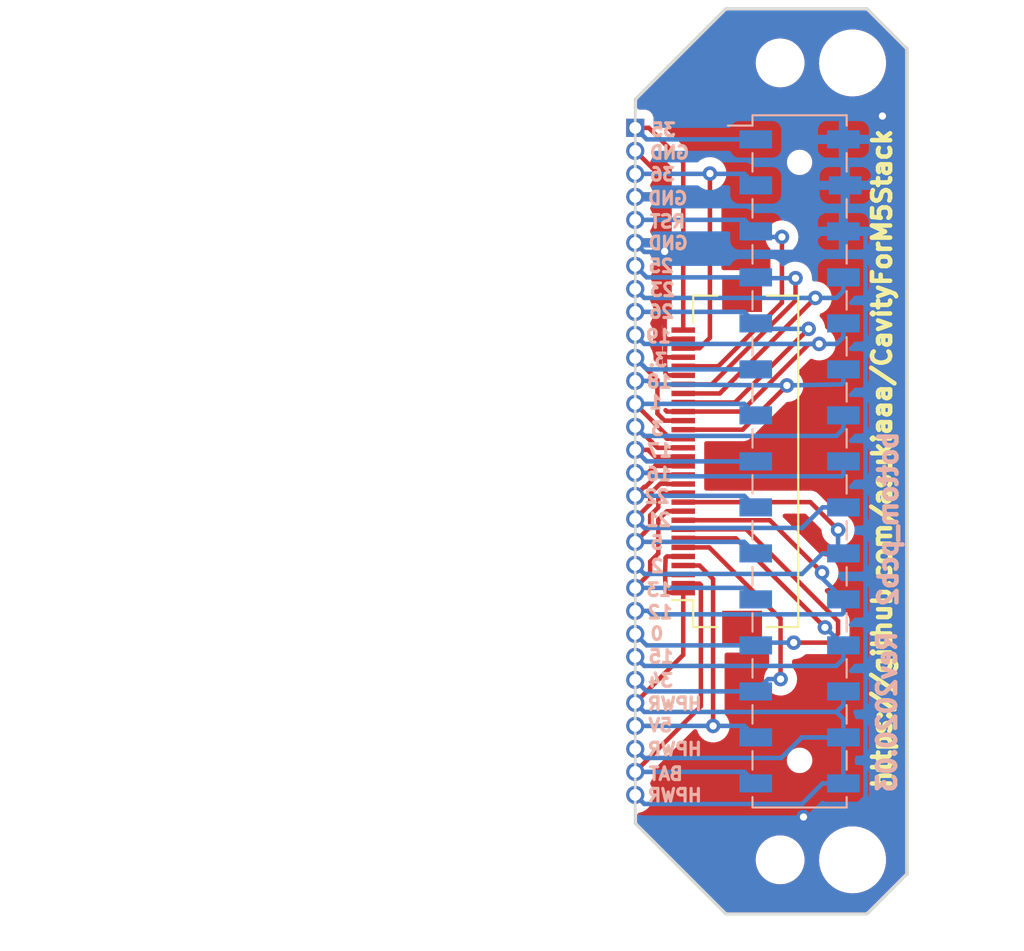
<source format=kicad_pcb>
(kicad_pcb (version 20221018) (generator pcbnew)
  (layers (0 "F.Cu" signal) (31 "B.Cu" signal) (34 "B.Paste" user) (35 "F.Paste" user) (36 "B.SilkS" user "B.Silkscreen") (37 "F.SilkS" user "F.Silkscreen") (38 "B.Mask" user) (39 "F.Mask" user) (44 "Edge.Cuts" user))
  (net 0 "")
  (net 1 "GND")
  (net 2 "G23")
  (net 3 "G19")
  (net 4 "G18")
  (net 5 "G3")
  (net 6 "G16")
  (net 7 "G21")
  (net 8 "G2")
  (net 9 "G12")
  (net 10 "G15")
  (net 11 "HPWR")
  (net 12 "+BATT")
  (net 13 "+5V")
  (net 14 "G34")
  (net 15 "G0")
  (net 16 "G13")
  (net 17 "G5")
  (net 18 "G22")
  (net 19 "G17")
  (net 20 "G1")
  (net 21 "G26")
  (net 22 "G25")
  (net 23 "RST")
  (net 24 "G36")
  (net 25 "G35")
  (net 26 "+3V3")
  (footprint "MountingHole:MountingHole_3.2mm_M3" (layer "F.Cu") (at 147 97)
    (fp_text reference "REF9" hide)
    (fp_text value "MountingHole_3.2mm_M3")
    (pad "" np_thru_hole circle (at 0 0) (size 3.2 3.2) (drill 3.2) (layers "*.Cu" "*.Mask"))
  )
  (footprint "MountingHole:MountingHole_3.2mm_M3" (layer "F.Cu") (at 147 53)
    (fp_text reference "REF4" hide)
    (fp_text value "MountingHole_3.2mm_M3")
    (pad "" np_thru_hole circle (at 0 0) (size 3.2 3.2) (drill 3.2) (layers "*.Cu" "*.Mask"))
  )
  (footprint "MountingHole:MountingHole_2.2mm_M2" (layer "F.Cu") (at 143 53)
    (fp_text reference "REF3" hide)
    (fp_text value "MountingHole_2.2mm_M2")
    (pad "" np_thru_hole circle (at 0 0) (size 2.2 2.2) (drill 2.2) (layers "*.Cu" "*.Mask"))
  )
  (footprint "MountingHole:MountingHole_2.2mm_M2" (layer "F.Cu") (at 143 97)
    (fp_text reference "REF8" hide)
    (fp_text value "MountingHole_2.2mm_M2")
    (pad "" np_thru_hole circle (at 0 0) (size 2.2 2.2) (drill 2.2) (layers "*.Cu" "*.Mask"))
  )
  (footprint "Connector_FFC-FPC:Hirose_FH12-30S-0.5SH_1x30-1MP_P0.50mm_Horizontal" (layer "F.Cu") (at 139.5 75 90)
    (fp_text reference "Jv" hide)
    (fp_text value "flat_cable_connector")
    (fp_line (start -9.15 -1.3) (end -9.15 0.04) (stroke (width 0.12)) (layer "F.SilkS"))
    (fp_line (start -9.15 2.76) (end -9.15 4.5) (stroke (width 0.12)) (layer "F.SilkS"))
    (fp_line (start -9.15 4.5) (end 9.15 4.5) (stroke (width 0.12)) (layer "F.SilkS"))
    (fp_line (start -7.66 -1.3) (end -9.15 -1.3) (stroke (width 0.12)) (layer "F.SilkS"))
    (fp_line (start -7.66 -1.3) (end -7.66 -2.5) (stroke (width 0.12)) (layer "F.SilkS"))
    (fp_line (start 7.66 -1.3) (end 9.15 -1.3) (stroke (width 0.12)) (layer "F.SilkS"))
    (fp_line (start 9.15 -1.3) (end 9.15 0.04) (stroke (width 0.12)) (layer "F.SilkS"))
    (fp_line (start 9.15 4.5) (end 9.15 2.76) (stroke (width 0.12)) (layer "F.SilkS"))
    (pad "1" smd rect (at -7.25 -1.85 90) (size 0.3 1.3) (layers "F.Cu" "F.Paste" "F.Mask") (net 11 "HPWR"))
    (pad "2" smd rect (at -6.75 -1.85 90) (size 0.3 1.3) (layers "F.Cu" "F.Paste" "F.Mask") (net 12 "+BATT"))
    (pad "3" smd rect (at -6.25 -1.85 90) (size 0.3 1.3) (layers "F.Cu" "F.Paste" "F.Mask") (net 11 "HPWR"))
    (pad "4" smd rect (at -5.75 -1.85 90) (size 0.3 1.3) (layers "F.Cu" "F.Paste" "F.Mask") (net 13 "+5V"))
    (pad "5" smd rect (at -5.25 -1.85 90) (size 0.3 1.3) (layers "F.Cu" "F.Paste" "F.Mask") (net 11 "HPWR"))
    (pad "6" smd rect (at -4.75 -1.85 90) (size 0.3 1.3) (layers "F.Cu" "F.Paste" "F.Mask") (net 14 "G34"))
    (pad "7" smd rect (at -4.25 -1.85 90) (size 0.3 1.3) (layers "F.Cu" "F.Paste" "F.Mask") (net 10 "G15"))
    (pad "8" smd rect (at -3.75 -1.85 90) (size 0.3 1.3) (layers "F.Cu" "F.Paste" "F.Mask") (net 15 "G0"))
    (pad "9" smd rect (at -3.25 -1.85 90) (size 0.3 1.3) (layers "F.Cu" "F.Paste" "F.Mask") (net 9 "G12"))
    (pad "10" smd rect (at -2.75 -1.85 90) (size 0.3 1.3) (layers "F.Cu" "F.Paste" "F.Mask") (net 16 "G13"))
    (pad "11" smd rect (at -2.25 -1.85 90) (size 0.3 1.3) (layers "F.Cu" "F.Paste" "F.Mask") (net 8 "G2"))
    (pad "12" smd rect (at -1.75 -1.85 90) (size 0.3 1.3) (layers "F.Cu" "F.Paste" "F.Mask") (net 17 "G5"))
    (pad "13" smd rect (at -1.25 -1.85 90) (size 0.3 1.3) (layers "F.Cu" "F.Paste" "F.Mask") (net 7 "G21"))
    (pad "14" smd rect (at -0.75 -1.85 90) (size 0.3 1.3) (layers "F.Cu" "F.Paste" "F.Mask") (net 18 "G22"))
    (pad "15" smd rect (at -0.25 -1.85 90) (size 0.3 1.3) (layers "F.Cu" "F.Paste" "F.Mask") (net 6 "G16"))
    (pad "16" smd rect (at 0.25 -1.85 90) (size 0.3 1.3) (layers "F.Cu" "F.Paste" "F.Mask") (net 19 "G17"))
    (pad "17" smd rect (at 0.75 -1.85 90) (size 0.3 1.3) (layers "F.Cu" "F.Paste" "F.Mask") (net 5 "G3"))
    (pad "18" smd rect (at 1.25 -1.85 90) (size 0.3 1.3) (layers "F.Cu" "F.Paste" "F.Mask") (net 20 "G1"))
    (pad "19" smd rect (at 1.75 -1.85 90) (size 0.3 1.3) (layers "F.Cu" "F.Paste" "F.Mask") (net 4 "G18"))
    (pad "20" smd rect (at 2.25 -1.85 90) (size 0.3 1.3) (layers "F.Cu" "F.Paste" "F.Mask") (net 26 "+3V3"))
    (pad "21" smd rect (at 2.75 -1.85 90) (size 0.3 1.3) (layers "F.Cu" "F.Paste" "F.Mask") (net 3 "G19"))
    (pad "22" smd rect (at 3.25 -1.85 90) (size 0.3 1.3) (layers "F.Cu" "F.Paste" "F.Mask") (net 21 "G26"))
    (pad "23" smd rect (at 3.75 -1.85 90) (size 0.3 1.3) (layers "F.Cu" "F.Paste" "F.Mask") (net 2 "G23"))
    (pad "24" smd rect (at 4.25 -1.85 90) (size 0.3 1.3) (layers "F.Cu" "F.Paste" "F.Mask") (net 22 "G25"))
    (pad "25" smd rect (at 4.75 -1.85 90) (size 0.3 1.3) (layers "F.Cu" "F.Paste" "F.Mask") (net 1 "GND"))
    (pad "26" smd rect (at 5.25 -1.85 90) (size 0.3 1.3) (layers "F.Cu" "F.Paste" "F.Mask") (net 23 "RST"))
    (pad "27" smd rect (at 5.75 -1.85 90) (size 0.3 1.3) (layers "F.Cu" "F.Paste" "F.Mask") (net 1 "GND"))
    (pad "28" smd rect (at 6.25 -1.85 90) (size 0.3 1.3) (layers "F.Cu" "F.Paste" "F.Mask") (net 24 "G36"))
    (pad "29" smd rect (at 6.75 -1.85 90) (size 0.3 1.3) (layers "F.Cu" "F.Paste" "F.Mask") (net 1 "GND"))
    (pad "30" smd rect (at 7.25 -1.85 90) (size 0.3 1.3) (layers "F.Cu" "F.Paste" "F.Mask") (net 25 "G35"))
    (pad "MP" smd rect (at -9.15 1.4 90) (size 1.8 2.2) (layers "F.Cu" "F.Paste" "F.Mask"))
    (pad "MP" smd rect (at 9.15 1.4 90) (size 1.8 2.2) (layers "F.Cu" "F.Paste" "F.Mask"))
  )
  (footprint "footprints:PinHeader_1x30_P1.27mm_Vertical_without_silks" (layer "F.Cu") (at 135 56.585)
    (fp_text reference "J3" hide)
    (fp_text value "free_holes")
    (pad "1" thru_hole rect (at 0 0) (size 1 1) (drill 0.65) (layers "*.Cu" "*.Mask") (net 25 "G35"))
    (pad "2" thru_hole oval (at 0 1.27) (size 1 1) (drill 0.65) (layers "*.Cu" "*.Mask") (net 1 "GND"))
    (pad "3" thru_hole oval (at 0 2.54) (size 1 1) (drill 0.65) (layers "*.Cu" "*.Mask") (net 24 "G36"))
    (pad "4" thru_hole oval (at 0 3.81) (size 1 1) (drill 0.65) (layers "*.Cu" "*.Mask") (net 1 "GND"))
    (pad "5" thru_hole oval (at 0 5.08) (size 1 1) (drill 0.65) (layers "*.Cu" "*.Mask") (net 23 "RST"))
    (pad "6" thru_hole oval (at 0 6.35) (size 1 1) (drill 0.65) (layers "*.Cu" "*.Mask") (net 1 "GND"))
    (pad "7" thru_hole oval (at 0 7.62) (size 1 1) (drill 0.65) (layers "*.Cu" "*.Mask") (net 22 "G25"))
    (pad "8" thru_hole oval (at 0 8.89) (size 1 1) (drill 0.65) (layers "*.Cu" "*.Mask") (net 2 "G23"))
    (pad "9" thru_hole oval (at 0 10.16) (size 1 1) (drill 0.65) (layers "*.Cu" "*.Mask") (net 21 "G26"))
    (pad "10" thru_hole oval (at 0 11.43) (size 1 1) (drill 0.65) (layers "*.Cu" "*.Mask") (net 3 "G19"))
    (pad "11" thru_hole oval (at 0 12.7) (size 1 1) (drill 0.65) (layers "*.Cu" "*.Mask") (net 26 "+3V3"))
    (pad "12" thru_hole oval (at 0 13.97) (size 1 1) (drill 0.65) (layers "*.Cu" "*.Mask") (net 4 "G18"))
    (pad "13" thru_hole oval (at 0 15.24) (size 1 1) (drill 0.65) (layers "*.Cu" "*.Mask") (net 20 "G1"))
    (pad "14" thru_hole oval (at 0 16.51) (size 1 1) (drill 0.65) (layers "*.Cu" "*.Mask") (net 5 "G3"))
    (pad "15" thru_hole oval (at 0 17.78) (size 1 1) (drill 0.65) (layers "*.Cu" "*.Mask") (net 19 "G17"))
    (pad "16" thru_hole oval (at 0 19.05) (size 1 1) (drill 0.65) (layers "*.Cu" "*.Mask") (net 6 "G16"))
    (pad "17" thru_hole oval (at 0 20.32) (size 1 1) (drill 0.65) (layers "*.Cu" "*.Mask") (net 18 "G22"))
    (pad "18" thru_hole oval (at 0 21.59) (size 1 1) (drill 0.65) (layers "*.Cu" "*.Mask") (net 7 "G21"))
    (pad "19" thru_hole oval (at 0 22.86) (size 1 1) (drill 0.65) (layers "*.Cu" "*.Mask") (net 17 "G5"))
    (pad "20" thru_hole oval (at 0 24.13) (size 1 1) (drill 0.65) (layers "*.Cu" "*.Mask") (net 8 "G2"))
    (pad "21" thru_hole oval (at 0 25.4) (size 1 1) (drill 0.65) (layers "*.Cu" "*.Mask") (net 16 "G13"))
    (pad "22" thru_hole oval (at 0 26.67) (size 1 1) (drill 0.65) (layers "*.Cu" "*.Mask") (net 9 "G12"))
    (pad "23" thru_hole oval (at 0 27.94) (size 1 1) (drill 0.65) (layers "*.Cu" "*.Mask") (net 15 "G0"))
    (pad "24" thru_hole oval (at 0 29.21) (size 1 1) (drill 0.65) (layers "*.Cu" "*.Mask") (net 10 "G15"))
    (pad "25" thru_hole oval (at 0 30.48) (size 1 1) (drill 0.65) (layers "*.Cu" "*.Mask") (net 14 "G34"))
    (pad "26" thru_hole oval (at 0 31.75) (size 1 1) (drill 0.65) (layers "*.Cu" "*.Mask") (net 11 "HPWR"))
    (pad "27" thru_hole oval (at 0 33.02) (size 1 1) (drill 0.65) (layers "*.Cu" "*.Mask") (net 13 "+5V"))
    (pad "28" thru_hole oval (at 0 34.29) (size 1 1) (drill 0.65) (layers "*.Cu" "*.Mask") (net 11 "HPWR"))
    (pad "29" thru_hole oval (at 0 35.56) (size 1 1) (drill 0.65) (layers "*.Cu" "*.Mask") (net 12 "+BATT"))
    (pad "30" thru_hole oval (at 0 36.83) (size 1 1) (drill 0.65) (layers "*.Cu" "*.Mask") (net 11 "HPWR"))
  )
  (footprint "footprints:PinSocket_2x15_P2.54mm_Vertical_SMD_just_for_M5Stack_bottom_pcb2" (layer "B.Cu") (at 144.074 75 180)
    (fp_text reference "J1" hide)
    (fp_text value "socket")
    (fp_line (start -2.6 -19.11) (end 2.6 -19.11) (stroke (width 0.12)) (layer "B.SilkS"))
    (fp_line (start -2.6 -18.54) (end -2.6 -19.11) (stroke (width 0.12)) (layer "B.SilkS"))
    (fp_line (start -2.6 -16) (end -2.6 -17.02) (stroke (width 0.12)) (layer "B.SilkS"))
    (fp_line (start -2.6 -13.46) (end -2.6 -14.48) (stroke (width 0.12)) (layer "B.SilkS"))
    (fp_line (start -2.6 -10.92) (end -2.6 -11.94) (stroke (width 0.12)) (layer "B.SilkS"))
    (fp_line (start -2.6 -8.38) (end -2.6 -9.4) (stroke (width 0.12)) (layer "B.SilkS"))
    (fp_line (start -2.6 -5.84) (end -2.6 -6.86) (stroke (width 0.12)) (layer "B.SilkS"))
    (fp_line (start -2.6 -3.3) (end -2.6 -4.32) (stroke (width 0.12)) (layer "B.SilkS"))
    (fp_line (start -2.6 -0.76) (end -2.6 -1.78) (stroke (width 0.12)) (layer "B.SilkS"))
    (fp_line (start -2.6 1.78) (end -2.6 0.76) (stroke (width 0.12)) (layer "B.SilkS"))
    (fp_line (start -2.6 4.32) (end -2.6 3.3) (stroke (width 0.12)) (layer "B.SilkS"))
    (fp_line (start -2.6 6.86) (end -2.6 5.84) (stroke (width 0.12)) (layer "B.SilkS"))
    (fp_line (start -2.6 9.4) (end -2.6 8.38) (stroke (width 0.12)) (layer "B.SilkS"))
    (fp_line (start -2.6 11.94) (end -2.6 10.92) (stroke (width 0.12)) (layer "B.SilkS"))
    (fp_line (start -2.6 14.48) (end -2.6 13.46) (stroke (width 0.12)) (layer "B.SilkS"))
    (fp_line (start -2.6 17.02) (end -2.6 16) (stroke (width 0.12)) (layer "B.SilkS"))
    (fp_line (start -2.6 19.11) (end -2.6 18.54) (stroke (width 0.12)) (layer "B.SilkS"))
    (fp_line (start -2.6 19.11) (end 2.6 19.11) (stroke (width 0.12)) (layer "B.SilkS"))
    (fp_line (start 2.6 -18.54) (end 2.6 -19.11) (stroke (width 0.12)) (layer "B.SilkS"))
    (fp_line (start 2.6 -16) (end 2.6 -17.02) (stroke (width 0.12)) (layer "B.SilkS"))
    (fp_line (start 2.6 -13.46) (end 2.6 -14.48) (stroke (width 0.12)) (layer "B.SilkS"))
    (fp_line (start 2.6 -10.92) (end 2.6 -11.94) (stroke (width 0.12)) (layer "B.SilkS"))
    (fp_line (start 2.6 -8.38) (end 2.6 -9.4) (stroke (width 0.12)) (layer "B.SilkS"))
    (fp_line (start 2.6 -5.84) (end 2.6 -6.86) (stroke (width 0.12)) (layer "B.SilkS"))
    (fp_line (start 2.6 -3.3) (end 2.6 -4.32) (stroke (width 0.12)) (layer "B.SilkS"))
    (fp_line (start 2.6 -0.76) (end 2.6 -1.78) (stroke (width 0.12)) (layer "B.SilkS"))
    (fp_line (start 2.6 1.78) (end 2.6 0.76) (stroke (width 0.12)) (layer "B.SilkS"))
    (fp_line (start 2.6 4.32) (end 2.6 3.3) (stroke (width 0.12)) (layer "B.SilkS"))
    (fp_line (start 2.6 6.86) (end 2.6 5.84) (stroke (width 0.12)) (layer "B.SilkS"))
    (fp_line (start 2.6 9.4) (end 2.6 8.38) (stroke (width 0.12)) (layer "B.SilkS"))
    (fp_line (start 2.6 11.94) (end 2.6 10.92) (stroke (width 0.12)) (layer "B.SilkS"))
    (fp_line (start 2.6 14.48) (end 2.6 13.46) (stroke (width 0.12)) (layer "B.SilkS"))
    (fp_line (start 2.6 17.02) (end 2.6 16) (stroke (width 0.12)) (layer "B.SilkS"))
    (fp_line (start 2.6 18.54) (end 3.96 18.54) (stroke (width 0.12)) (layer "B.SilkS"))
    (fp_line (start 2.6 19.11) (end 2.6 18.54) (stroke (width 0.12)) (layer "B.SilkS"))
    (pad "" np_thru_hole circle (at 0 -16.51 180) (size 0.9 0.9) (drill 0.9) (layers "*.Cu" "*.Mask"))
    (pad "" np_thru_hole circle (at 0 16.51 180) (size 0.9 0.9) (drill 0.9) (layers "*.Cu" "*.Mask"))
    (pad "1" smd rect (at 2.42 17.78 180) (size 1.8 1) (layers "B.Cu" "B.Paste" "B.Mask") (net 25 "G35"))
    (pad "2" smd rect (at -2.42 17.78 180) (size 1.8 1) (layers "B.Cu" "B.Paste" "B.Mask") (net 1 "GND"))
    (pad "3" smd rect (at 2.42 15.24 180) (size 1.8 1) (layers "B.Cu" "B.Paste" "B.Mask") (net 24 "G36"))
    (pad "4" smd rect (at -2.52 15.24 180) (size 1.8 1) (layers "B.Cu" "B.Paste" "B.Mask") (net 1 "GND"))
    (pad "5" smd rect (at 2.42 12.7 180) (size 1.8 1) (layers "B.Cu" "B.Paste" "B.Mask") (net 23 "RST"))
    (pad "6" smd rect (at -2.42 12.7 180) (size 1.8 1) (layers "B.Cu" "B.Paste" "B.Mask") (net 1 "GND"))
    (pad "7" smd rect (at 2.42 10.16 180) (size 1.8 1) (layers "B.Cu" "B.Paste" "B.Mask") (net 22 "G25"))
    (pad "8" smd rect (at -2.42 10.16 180) (size 1.8 1) (layers "B.Cu" "B.Paste" "B.Mask") (net 2 "G23"))
    (pad "9" smd rect (at 2.42 7.62 180) (size 1.8 1) (layers "B.Cu" "B.Paste" "B.Mask") (net 21 "G26"))
    (pad "10" smd rect (at -2.42 7.62 180) (size 1.8 1) (layers "B.Cu" "B.Paste" "B.Mask") (net 3 "G19"))
    (pad "11" smd rect (at 2.42 5.08 180) (size 1.8 1) (layers "B.Cu" "B.Paste" "B.Mask") (net 26 "+3V3"))
    (pad "12" smd rect (at -2.42 5.08 180) (size 1.8 1) (layers "B.Cu" "B.Paste" "B.Mask") (net 4 "G18"))
    (pad "13" smd rect (at 2.42 2.54 180) (size 1.8 1) (layers "B.Cu" "B.Paste" "B.Mask") (net 20 "G1"))
    (pad "14" smd rect (at -2.42 2.54 180) (size 1.8 1) (layers "B.Cu" "B.Paste" "B.Mask") (net 5 "G3"))
    (pad "15" smd rect (at 2.42 0 180) (size 1.8 1) (layers "B.Cu" "B.Paste" "B.Mask") (net 19 "G17"))
    (pad "16" smd rect (at -2.42 0 180) (size 1.8 1) (layers "B.Cu" "B.Paste" "B.Mask") (net 6 "G16"))
    (pad "17" smd rect (at 2.42 -2.54 180) (size 1.8 1) (layers "B.Cu" "B.Paste" "B.Mask") (net 18 "G22"))
    (pad "18" smd rect (at -2.42 -2.54 180) (size 1.8 1) (layers "B.Cu" "B.Paste" "B.Mask") (net 7 "G21"))
    (pad "19" smd rect (at 2.42 -5.08 180) (size 1.8 1) (layers "B.Cu" "B.Paste" "B.Mask") (net 17 "G5"))
    (pad "20" smd rect (at -2.42 -5.08 180) (size 1.8 1) (layers "B.Cu" "B.Paste" "B.Mask") (net 8 "G2"))
    (pad "21" smd rect (at 2.42 -7.62 180) (size 1.8 1) (layers "B.Cu" "B.Paste" "B.Mask") (net 16 "G13"))
    (pad "22" smd rect (at -2.42 -7.62 180) (size 1.8 1) (layers "B.Cu" "B.Paste" "B.Mask") (net 9 "G12"))
    (pad "23" smd rect (at 2.42 -10.16 180) (size 1.8 1) (layers "B.Cu" "B.Paste" "B.Mask") (net 15 "G0"))
    (pad "24" smd rect (at -2.42 -10.16 180) (size 1.8 1) (layers "B.Cu" "B.Paste" "B.Mask") (net 10 "G15"))
    (pad "25" smd rect (at 2.42 -12.7 180) (size 1.8 1) (layers "B.Cu" "B.Paste" "B.Mask") (net 14 "G34"))
    (pad "26" smd rect (at -2.42 -12.7 180) (size 1.8 1) (layers "B.Cu" "B.Paste" "B.Mask") (net 11 "HPWR"))
    (pad "27" smd rect (at 2.42 -15.24 180) (size 1.8 1) (layers "B.Cu" "B.Paste" "B.Mask") (net 13 "+5V"))
    (pad "28" smd rect (at -2.42 -15.24 180) (size 1.8 1) (layers "B.Cu" "B.Paste" "B.Mask") (net 11 "HPWR"))
    (pad "29" smd rect (at 2.42 -17.78 180) (size 1.8 1) (layers "B.Cu" "B.Paste" "B.Mask") (net 12 "+BATT"))
    (pad "30" smd rect (at -2.42 -17.78 180) (size 1.8 1) (layers "B.Cu" "B.Paste" "B.Mask") (net 11 "HPWR"))
  )
  (gr_line (start 150 52.2) (end 150 97.8) (stroke (width 0.2)) (layer "Edge.Cuts"))
  (gr_line (start 147.8 100) (end 140 100) (stroke (width 0.15)) (layer "Edge.Cuts"))
  (gr_line (start 135 95) (end 140 100) (stroke (width 0.15)) (layer "Edge.Cuts"))
  (gr_line (start 150 97.8) (end 147.8 100) (stroke (width 0.15)) (layer "Edge.Cuts"))
  (gr_line (start 140 50) (end 147.8 50) (stroke (width 0.15)) (layer "Edge.Cuts"))
  (gr_line (start 147.8 50) (end 150 52.2) (stroke (width 0.15)) (layer "Edge.Cuts"))
  (gr_line (start 135 55) (end 135 95) (stroke (width 0.15)) (layer "Edge.Cuts"))
  (gr_line (start 140 50) (end 135 55) (stroke (width 0.15)) (layer "Edge.Cuts"))
  (gr_text "3" (at 136.2202 73.2028) (layer "B.SilkS") (effects (font (size 0.7 0.7) (thickness 0.175)) (justify mirror)))
  (gr_text "1" (at 136.1186 71.7423) (layer "B.SilkS") (effects (font (size 0.7 0.7) (thickness 0.175)) (justify mirror)))
  (gr_text "25" (at 136.4234 64.2112) (layer "B.SilkS") (effects (font (size 0.7 0.7) (thickness 0.175)) (justify mirror)))
  (gr_text "26" (at 136.4488 66.7385) (layer "B.SilkS") (effects (font (size 0.7 0.7) (thickness 0.175)) (justify mirror)))
  (gr_text "21" (at 136.2837 78.232) (layer "B.SilkS") (effects (font (size 0.7 0.7) (thickness 0.175)) (justify mirror)))
  (gr_text "RST" (at 136.7917 61.7601) (layer "B.SilkS") (effects (font (size 0.7 0.7) (thickness 0.175)) (justify mirror)))
  (gr_text "GND" (at 136.8933 57.9501) (layer "B.SilkS") (effects (font (size 0.7 0.7) (thickness 0.175)) (justify mirror)))
  (gr_text "BAT" (at 136.6901 92.2528) (layer "B.SilkS") (effects (font (size 0.7 0.7) (thickness 0.175)) (justify mirror)))
  (gr_text "35" (at 136.5504 56.6928) (layer "B.SilkS") (effects (font (size 0.7 0.7) (thickness 0.175)) (justify mirror)))
  (gr_text "22" (at 136.1948 76.9493) (layer "B.SilkS") (effects (font (size 0.7 0.7) (thickness 0.175)) (justify mirror)))
  (gr_text "36" (at 136.4996 59.1566) (layer "B.SilkS") (effects (font (size 0.7 0.7) (thickness 0.175)) (justify mirror)))
  (gr_text "18" (at 136.3218 70.5993) (layer "B.SilkS") (effects (font (size 0.7 0.7) (thickness 0.175)) (justify mirror)))
  (gr_text "19" (at 136.2837 68.0974) (layer "B.SilkS") (effects (font (size 0.7 0.7) (thickness 0.175)) (justify mirror)))
  (gr_text "13" (at 136.3091 82.0928) (layer "B.SilkS") (effects (font (size 0.7 0.7) (thickness 0.175)) (justify mirror)))
  (gr_text "12" (at 136.3726 83.3374) (layer "B.SilkS") (effects (font (size 0.7 0.7) (thickness 0.175)) (justify mirror)))
  (gr_text "34" (at 136.398 87.0966) (layer "B.SilkS") (effects (font (size 0.7 0.7) (thickness 0.175)) (justify mirror)))
  (gr_text "HPWR" (at 137.1854 88.392) (layer "B.SilkS") (effects (font (size 0.7 0.7) (thickness 0.175)) (justify mirror)))
  (gr_text "GND" (at 136.8183 62.9501) (layer "B.SilkS") (effects (font (size 0.7 0.7) (thickness 0.175)) (justify mirror)))
  (gr_text "HPWR" (at 137.1854 93.442) (layer "B.SilkS") (effects (font (size 0.7 0.7) (thickness 0.175)) (justify mirror)))
  (gr_text "15" (at 136.4238 85.7832) (layer "B.SilkS") (effects (font (size 0.7 0.7) (thickness 0.175)) (justify mirror)))
  (gr_text "bottom_pcb2" (at 148.9738 78.1832 90) (layer "B.SilkS") (effects (font (size 1 1) (thickness 0.25)) (justify mirror)))
  (gr_text "5V" (at 136.3853 89.5731) (layer "B.SilkS") (effects (font (size 0.7 0.7) (thickness 0.175)) (justify mirror)))
  (gr_text "5" (at 136.1948 79.4893) (layer "B.SilkS") (effects (font (size 0.7 0.7) (thickness 0.175)) (justify mirror)))
  (gr_text "GND" (at 136.7933 60.4751) (layer "B.SilkS") (effects (font (size 0.7 0.7) (thickness 0.175)) (justify mirror)))
  (gr_text "17" (at 136.3472 74.4093) (layer "B.SilkS") (effects (font (size 0.7 0.7) (thickness 0.175)) (justify mirror)))
  (gr_text "Rev2020.03" (at 148.8988 88.8332 90) (layer "B.SilkS") (effects (font (size 1 1) (thickness 0.25)) (justify mirror)))
  (gr_text "0" (at 136.1948 84.5185) (layer "B.SilkS") (effects (font (size 0.7 0.7) (thickness 0.175)) (justify mirror)))
  (gr_text "2" (at 136.2075 80.7847) (layer "B.SilkS") (effects (font (size 0.7 0.7) (thickness 0.175)) (justify mirror)))
  (gr_text "16" (at 136.2964 75.7047) (layer "B.SilkS") (effects (font (size 0.7 0.7) (thickness 0.175)) (justify mirror)))
  (gr_text "3." (at 136.2456 69.4055) (layer "B.SilkS") (effects (font (size 0.7 0.7) (thickness 0.175)) (justify mirror)))
  (gr_text "23" (at 136.4996 65.532) (layer "B.SilkS") (effects (font (size 0.7 0.7) (thickness 0.175)) (justify mirror)))
  (gr_text "HPWR" (at 137.1854 90.892) (layer "B.SilkS") (effects (font (size 0.7 0.7) (thickness 0.175)) (justify mirror)))
  (gr_text "https://github.com/asukiaaa/CavityForM5Stack" (at 148.6238 74.8582 90) (layer "F.SilkS") (effects (font (size 1 1) (thickness 0.25))))
  (segment (start 136.6238 63.973885) (end 136.6238 63.4082) (width 0.25) (layer "F.Cu") (net 1))
  (segment (start 136.764998 70.25) (end 136.674999 70.160001) (width 0.25) (layer "F.Cu") (net 1))
  (segment (start 135.707106 60.395) (end 135.720306 60.4082) (width 0.25) (layer "F.Cu") (net 1))
  (segment (start 137.65 69.25) (end 136.6656 69.25) (width 0.25) (layer "F.Cu") (net 1))
  (segment (start 136.6238 69.2082) (end 136.674999 68.325001) (width 0.25) (layer "F.Cu") (net 1))
  (segment (start 136.6656 69.25) (end 136.6238 69.2082) (width 0.25) (layer "F.Cu") (net 1))
  (segment (start 136.75 68.25) (end 136.6238 68.1238) (width 0.25) (layer "F.Cu") (net 1))
  (segment (start 136.674999 70.160001) (end 136.6238 69.2082) (width 0.25) (layer "F.Cu") (net 1))
  (segment (start 136.6238 68.1238) (end 136.6238 63.973885) (width 0.25) (layer "F.Cu") (net 1))
  (segment (start 136.674999 68.325001) (end 136.75 68.25) (width 0.25) (layer "F.Cu") (net 1))
  (segment (start 137.65 68.25) (end 136.75 68.25) (width 0.25) (layer "F.Cu") (net 1))
  (segment (start 135 60.395) (end 135.707106 60.395) (width 0.25) (layer "F.Cu") (net 1))
  (segment (start 135.720306 60.4082) (end 136.6238 60.4082) (width 0.25) (layer "F.Cu") (net 1))
  (segment (start 136.6238 63.4082) (end 136.6238 60.4082) (width 0.25) (layer "F.Cu") (net 1))
  (segment (start 136.6238 60.4082) (end 136.6238 59.4788) (width 0.25) (layer "F.Cu") (net 1))
  (segment (start 136.6238 59.4788) (end 135 57.855) (width 0.25) (layer "F.Cu") (net 1))
  (segment (start 137.65 70.25) (end 136.764998 70.25) (width 0.25) (layer "F.Cu") (net 1))
  (via (at 136.6238 63.4082) (size 0.8) (drill 0.4) (layers "F.Cu" "B.Cu") (net 1))
  (via (at 148.6488 55.9332) (size 0.8) (drill 0.4) (layers "F.Cu" "B.Cu") (net 1))
  (via (at 144.291149 94.63533) (size 0.8) (drill 0.4) (layers "F.Cu" "B.Cu") (net 1))
  (segment (start 144.209001 63.434999) (end 136.650599 63.434999) (width 0.25) (layer "B.Cu") (net 1))
  (segment (start 147.719001 62.375001) (end 147.719001 93.540001) (width 0.25) (layer "B.Cu") (net 1))
  (segment (start 136.650599 63.434999) (end 136.6238 63.4082) (width 0.25) (layer "B.Cu") (net 1))
  (segment (start 145.344 62.3) (end 144.209001 63.434999) (width 0.25) (layer "B.Cu") (net 1))
  (segment (start 146.594 59.76) (end 147.744 59.76) (width 0.25) (layer "B.Cu") (net 1))
  (segment (start 146.623672 94.63533) (end 144.291149 94.63533) (width 0.25) (layer "B.Cu") (net 1))
  (segment (start 147.744 59.76) (end 148.6488 58.8552) (width 0.25) (layer "B.Cu") (net 1))
  (segment (start 147.644 62.3) (end 147.719001 62.375001) (width 0.25) (layer "B.Cu") (net 1))
  (segment (start 146.494 59.66) (end 146.594 59.76) (width 0.25) (layer "B.Cu") (net 1))
  (segment (start 135.499999 63.434999) (end 135 62.935) (width 0.25) (layer "B.Cu") (net 1))
  (segment (start 146.594 59.76) (end 146.594 62.2) (width 0.25) (layer "B.Cu") (net 1))
  (segment (start 146.494 62.3) (end 145.344 62.3) (width 0.25) (layer "B.Cu") (net 1))
  (segment (start 136.650599 63.434999) (end 135.499999 63.434999) (width 0.25) (layer "B.Cu") (net 1))
  (segment (start 146.494 57.22) (end 146.494 59.66) (width 0.25) (layer "B.Cu") (net 1))
  (segment (start 148.6488 58.8552) (end 148.6488 55.9332) (width 0.25) (layer "B.Cu") (net 1))
  (segment (start 146.494 62.3) (end 147.644 62.3) (width 0.25) (layer "B.Cu") (net 1))
  (segment (start 147.719001 93.540001) (end 146.623672 94.63533) (width 0.25) (layer "B.Cu") (net 1))
  (segment (start 146.594 62.2) (end 146.494 62.3) (width 0.25) (layer "B.Cu") (net 1))
  (segment (start 137.65 71.25) (end 139.665598 71.25) (width 0.25) (layer "F.Cu") (net 2))
  (segment (start 139.665598 71.25) (end 144.940599 65.974999) (width 0.25) (layer "F.Cu") (net 2))
  (via (at 144.940599 65.974999) (size 0.8) (drill 0.4) (layers "F.Cu" "B.Cu") (net 2))
  (segment (start 135 65.475) (end 135.499999 65.974999) (width 0.25) (layer "B.Cu") (net 2))
  (segment (start 135.499999 65.974999) (end 144.940599 65.974999) (width 0.25) (layer "B.Cu") (net 2))
  (segment (start 144.940599 65.974999) (end 146.109001 65.974999) (width 0.25) (layer "B.Cu") (net 2))
  (segment (start 146.109001 65.974999) (end 146.494 65.59) (width 0.25) (layer "B.Cu") (net 2))
  (segment (start 146.494 65.59) (end 146.494 64.84) (width 0.25) (layer "B.Cu") (net 2))
  (segment (start 144.593999 68.514999) (end 145.155599 68.514999) (width 0.25) (layer "F.Cu") (net 3))
  (segment (start 137.65 72.25) (end 140.858998 72.25) (width 0.25) (layer "F.Cu") (net 3))
  (segment (start 136.75 72.25) (end 136.674999 72.174999) (width 0.25) (layer "F.Cu") (net 3))
  (segment (start 137.65 72.25) (end 136.75 72.25) (width 0.25) (layer "F.Cu") (net 3))
  (segment (start 140.858998 72.25) (end 144.593999 68.514999) (width 0.25) (layer "F.Cu") (net 3))
  (via (at 145.155599 68.514999) (size 0.8) (drill 0.4) (layers "F.Cu" "B.Cu") (net 3))
  (segment (start 146.109001 68.514999) (end 146.494 68.13) (width 0.25) (layer "B.Cu") (net 3))
  (segment (start 145.155599 68.514999) (end 146.109001 68.514999) (width 0.25) (layer "B.Cu") (net 3))
  (segment (start 146.494 68.13) (end 146.494 67.38) (width 0.25) (layer "B.Cu") (net 3))
  (segment (start 135 68.015) (end 135.499999 68.514999) (width 0.25) (layer "B.Cu") (net 3))
  (segment (start 135.499999 68.514999) (end 145.155599 68.514999) (width 0.25) (layer "B.Cu") (net 3))
  (segment (start 137.65 73.25) (end 140.932 73.25) (width 0.25) (layer "F.Cu") (net 4))
  (segment (start 140.932 73.25) (end 143.3738 70.8082) (width 0.25) (layer "F.Cu") (net 4))
  (via (at 143.3738 70.8082) (size 0.8) (drill 0.4) (layers "F.Cu" "B.Cu") (net 4))
  (segment (start 135.897107 70.745001) (end 143.3738 70.8082) (width 0.25) (layer "B.Cu") (net 4))
  (segment (start 143.3738 70.8082) (end 146.418999 70.745001) (width 0.25) (layer "B.Cu") (net 4))
  (segment (start 135 70.555) (end 135.707106 70.555) (width 0.25) (layer "B.Cu") (net 4))
  (segment (start 146.418999 70.745001) (end 146.494 70.67) (width 0.25) (layer "B.Cu") (net 4))
  (segment (start 146.494 70.67) (end 146.494 69.92) (width 0.25) (layer "B.Cu") (net 4))
  (segment (start 135.707106 70.555) (end 135.897107 70.745001) (width 0.25) (layer "B.Cu") (net 4))
  (segment (start 137.65 74.25) (end 136.228516 74.25) (width 0.25) (layer "F.Cu") (net 5))
  (segment (start 135.573515 73.594999) (end 135.499999 73.594999) (width 0.25) (layer "F.Cu") (net 5))
  (segment (start 136.228516 74.25) (end 135.573515 73.594999) (width 0.25) (layer "F.Cu") (net 5))
  (segment (start 135.499999 73.594999) (end 135 73.095) (width 0.25) (layer "F.Cu") (net 5))
  (segment (start 135 73.095) (end 135.499999 73.594999) (width 0.25) (layer "B.Cu") (net 5))
  (segment (start 135.499999 73.594999) (end 146.109001 73.594999) (width 0.25) (layer "B.Cu") (net 5))
  (segment (start 146.494 73.21) (end 146.494 72.46) (width 0.25) (layer "B.Cu") (net 5))
  (segment (start 146.109001 73.594999) (end 146.494 73.21) (width 0.25) (layer "B.Cu") (net 5))
  (segment (start 136.75 75.25) (end 137.65 75.25) (width 0.25) (layer "F.Cu") (net 6))
  (segment (start 136.092106 75.25) (end 136.75 75.25) (width 0.25) (layer "F.Cu") (net 6))
  (segment (start 135.707106 75.635) (end 136.092106 75.25) (width 0.25) (layer "F.Cu") (net 6))
  (segment (start 135 75.635) (end 135.707106 75.635) (width 0.25) (layer "F.Cu") (net 6))
  (segment (start 146.418999 75.825001) (end 146.494 75.75) (width 0.25) (layer "B.Cu") (net 6))
  (segment (start 146.494 75.75) (end 146.494 75) (width 0.25) (layer "B.Cu") (net 6))
  (segment (start 135.707106 75.635) (end 135.897107 75.825001) (width 0.25) (layer "B.Cu") (net 6))
  (segment (start 135.897107 75.825001) (end 146.418999 75.825001) (width 0.25) (layer "B.Cu") (net 6))
  (segment (start 135 75.635) (end 135.707106 75.635) (width 0.25) (layer "B.Cu") (net 6))
  (segment (start 136.75 76.25) (end 136.7332 76.2332) (width 0.25) (layer "F.Cu") (net 7))
  (segment (start 136.381726 76.2332) (end 135.825001 76.789925) (width 0.25) (layer "F.Cu") (net 7))
  (segment (start 137.65 76.25) (end 136.75 76.25) (width 0.25) (layer "F.Cu") (net 7))
  (segment (start 135.499999 77.675001) (end 135 78.175) (width 0.25) (layer "F.Cu") (net 7))
  (segment (start 135.825001 76.789925) (end 135.825001 77.349999) (width 0.25) (layer "F.Cu") (net 7))
  (segment (start 136.7332 76.2332) (end 136.381726 76.2332) (width 0.25) (layer "F.Cu") (net 7))
  (segment (start 135.825001 77.349999) (end 135.499999 77.675001) (width 0.25) (layer "F.Cu") (net 7))
  (segment (start 146.494 77.54) (end 145.344 77.54) (width 0.25) (layer "B.Cu") (net 7))
  (segment (start 144.209001 78.674999) (end 135.499999 78.674999) (width 0.25) (layer "B.Cu") (net 7))
  (segment (start 145.344 77.54) (end 144.209001 78.674999) (width 0.25) (layer "B.Cu") (net 7))
  (segment (start 135.499999 78.674999) (end 135 78.175) (width 0.25) (layer "B.Cu") (net 7))
  (segment (start 144.6656 77.25) (end 146.1988 78.7832) (width 0.25) (layer "F.Cu") (net 8))
  (segment (start 137.65 77.25) (end 144.6656 77.25) (width 0.25) (layer "F.Cu") (net 8))
  (via (at 146.1988 78.7832) (size 0.8) (drill 0.4) (layers "F.Cu" "B.Cu") (net 8))
  (segment (start 146.494 80.08) (end 145.344 80.08) (width 0.25) (layer "B.Cu") (net 8))
  (segment (start 146.1988 79.7848) (end 146.494 80.08) (width 0.25) (layer "B.Cu") (net 8))
  (segment (start 135.499999 81.214999) (end 135 80.715) (width 0.25) (layer "B.Cu") (net 8))
  (segment (start 146.1988 78.7832) (end 146.1988 79.7848) (width 0.25) (layer "B.Cu") (net 8))
  (segment (start 144.209001 81.214999) (end 135.499999 81.214999) (width 0.25) (layer "B.Cu") (net 8))
  (segment (start 145.344 80.08) (end 144.209001 81.214999) (width 0.25) (layer "B.Cu") (net 8))
  (segment (start 137.65 78.25) (end 142.427744 78.25) (width 0.25) (layer "F.Cu") (net 9))
  (segment (start 142.427744 78.25) (end 145.313525 81.135781) (width 0.25) (layer "F.Cu") (net 9))
  (via (at 145.313525 81.135781) (size 0.8) (drill 0.4) (layers "F.Cu" "B.Cu") (net 9))
  (segment (start 145.313525 81.439525) (end 146.494 82.62) (width 0.25) (layer "B.Cu") (net 9))
  (segment (start 146.494 83.37) (end 146.494 82.62) (width 0.25) (layer "B.Cu") (net 9))
  (segment (start 146.418999 83.445001) (end 146.494 83.37) (width 0.25) (layer "B.Cu") (net 9))
  (segment (start 135 83.255) (end 135.707106 83.255) (width 0.25) (layer "B.Cu") (net 9))
  (segment (start 135.897107 83.445001) (end 146.418999 83.445001) (width 0.25) (layer "B.Cu") (net 9))
  (segment (start 145.313525 81.135781) (end 145.313525 81.439525) (width 0.25) (layer "B.Cu") (net 9))
  (segment (start 135.707106 83.255) (end 135.897107 83.445001) (width 0.25) (layer "B.Cu") (net 9))
  (segment (start 137.65 79.25) (end 140.553799 79.25) (width 0.25) (layer "F.Cu") (net 10))
  (segment (start 140.553799 79.25) (end 145.4738 84.170001) (width 0.25) (layer "F.Cu") (net 10))
  (via (at 145.4738 84.170001) (size 0.8) (drill 0.4) (layers "F.Cu" "B.Cu") (net 10))
  (segment (start 135.499999 86.294999) (end 146.109001 86.294999) (width 0.25) (layer "B.Cu") (net 10))
  (segment (start 146.109001 86.294999) (end 146.494 85.91) (width 0.25) (layer "B.Cu") (net 10))
  (segment (start 145.4738 84.170001) (end 145.504001 84.170001) (width 0.25) (layer "B.Cu") (net 10))
  (segment (start 146.494 85.91) (end 146.494 85.16) (width 0.25) (layer "B.Cu") (net 10))
  (segment (start 135 85.795) (end 135.499999 86.294999) (width 0.25) (layer "B.Cu") (net 10))
  (segment (start 145.504001 84.170001) (end 146.494 85.16) (width 0.25) (layer "B.Cu") (net 10))
  (segment (start 135 88.335) (end 137.65 85.685) (width 0.25) (layer "F.Cu") (net 11))
  (segment (start 137.65 85.685) (end 137.65 82.25) (width 0.25) (layer "F.Cu") (net 11))
  (segment (start 136.7082 81.2082) (end 136.6488 81.2082) (width 0.25) (layer "F.Cu") (net 11))
  (segment (start 136.764998 82.25) (end 136.674999 82.160001) (width 0.25) (layer "F.Cu") (net 11))
  (segment (start 137.65 81.25) (end 136.75 81.25) (width 0.25) (layer "F.Cu") (net 11))
  (segment (start 136.674999 80.325001) (end 136.75 80.25) (width 0.25) (layer "F.Cu") (net 11))
  (segment (start 137.65 82.25) (end 136.764998 82.25) (width 0.25) (layer "F.Cu") (net 11))
  (segment (start 136.6488 81.2082) (end 136.674999 80.325001) (width 0.25) (layer "F.Cu") (net 11))
  (segment (start 136.75 80.25) (end 137.65 80.25) (width 0.25) (layer "F.Cu") (net 11))
  (segment (start 136.674999 82.160001) (end 136.6488 81.2082) (width 0.25) (layer "F.Cu") (net 11))
  (segment (start 136.75 81.25) (end 136.7082 81.2082) (width 0.25) (layer "F.Cu") (net 11))
  (segment (start 146.494 89.219998) (end 146.494 90.24) (width 0.25) (layer "B.Cu") (net 11))
  (segment (start 135.499999 88.834999) (end 146.109001 88.834999) (width 0.25) (layer "B.Cu") (net 11))
  (segment (start 145.344 92.78) (end 144.209001 93.914999) (width 0.25) (layer "B.Cu") (net 11))
  (segment (start 146.494 90.24) (end 146.494 90.99) (width 0.25) (layer "B.Cu") (net 11))
  (segment (start 144.209001 93.914999) (end 135.499999 93.914999) (width 0.25) (layer "B.Cu") (net 11))
  (segment (start 146.109001 88.834999) (end 146.494 89.219998) (width 0.25) (layer "B.Cu") (net 11))
  (segment (start 145.344 90.24) (end 146.494 90.24) (width 0.25) (layer "B.Cu") (net 11))
  (segment (start 143.061999 91.374999) (end 144.196998 90.24) (width 0.25) (layer "B.Cu") (net 11))
  (segment (start 146.494 92.78) (end 145.344 92.78) (width 0.25) (layer "B.Cu") (net 11))
  (segment (start 135 88.335) (end 135.499999 88.834999) (width 0.25) (layer "B.Cu") (net 11))
  (segment (start 144.196998 90.24) (end 145.344 90.24) (width 0.25) (layer "B.Cu") (net 11))
  (segment (start 135 90.875) (end 135.499999 91.374999) (width 0.25) (layer "B.Cu") (net 11))
  (segment (start 146.494 90.99) (end 146.494 92.78) (width 0.25) (layer "B.Cu") (net 11))
  (segment (start 135.499999 93.914999) (end 135 93.415) (width 0.25) (layer "B.Cu") (net 11))
  (segment (start 146.109001 88.834999) (end 146.494 88.45) (width 0.25) (layer "B.Cu") (net 11))
  (segment (start 146.494 88.45) (end 146.494 87.7) (width 0.25) (layer "B.Cu") (net 11))
  (segment (start 135.499999 91.374999) (end 143.061999 91.374999) (width 0.25) (layer "B.Cu") (net 11))
  (segment (start 138.625001 88.519999) (end 138.625001 81.825001) (width 0.25) (layer "F.Cu") (net 12))
  (segment (start 135 92.145) (end 138.625001 88.519999) (width 0.25) (layer "F.Cu") (net 12))
  (segment (start 138.625001 81.825001) (end 138.55 81.75) (width 0.25) (layer "F.Cu") (net 12))
  (segment (start 138.55 81.75) (end 137.65 81.75) (width 0.25) (layer "F.Cu") (net 12))
  (segment (start 141.019 92.145) (end 141.654 92.78) (width 0.25) (layer "B.Cu") (net 12))
  (segment (start 135 92.145) (end 141.019 92.145) (width 0.25) (layer "B.Cu") (net 12))
  (segment (start 139.2988 89.6082) (end 139.2988 81.4988) (width 0.25) (layer "F.Cu") (net 13))
  (segment (start 139.2988 81.4988) (end 138.55 80.75) (width 0.25) (layer "F.Cu") (net 13))
  (segment (start 138.55 80.75) (end 137.65 80.75) (width 0.25) (layer "F.Cu") (net 13))
  (via (at 139.2988 89.6082) (size 0.8) (drill 0.4) (layers "F.Cu" "B.Cu") (net 13))
  (segment (start 139.2206 89.605) (end 141.019 89.605) (width 0.25) (layer "B.Cu") (net 13))
  (segment (start 135 89.605) (end 139.2206 89.605) (width 0.25) (layer "B.Cu") (net 13))
  (segment (start 139.2956 89.605) (end 139.2988 89.6082) (width 0.25) (layer "B.Cu") (net 13))
  (segment (start 139.2206 89.605) (end 139.2956 89.605) (width 0.25) (layer "B.Cu") (net 13))
  (segment (start 141.019 89.605) (end 141.654 90.24) (width 0.25) (layer "B.Cu") (net 13))
  (segment (start 137.65 79.75) (end 139.085002 79.75) (width 0.25) (layer "F.Cu") (net 14))
  (segment (start 139.085002 79.75) (end 143.0238 83.688798) (width 0.25) (layer "F.Cu") (net 14))
  (segment (start 143.0238 83.688798) (end 143.0238 87.019999) (width 0.25) (layer "F.Cu") (net 14))
  (via (at 143.0238 87.019999) (size 0.8) (drill 0.4) (layers "F.Cu" "B.Cu") (net 14))
  (segment (start 141.654 87.7) (end 135.635 87.7) (width 0.25) (layer "B.Cu") (net 14))
  (segment (start 143.0238 87.019999) (end 142.334001 87.019999) (width 0.25) (layer "B.Cu") (net 14))
  (segment (start 142.334001 87.019999) (end 141.654 87.7) (width 0.25) (layer "B.Cu") (net 14))
  (segment (start 135.635 87.7) (end 135 87.065) (width 0.25) (layer "B.Cu") (net 14))
  (segment (start 141.126801 78.75) (end 146.198801 83.822) (width 0.25) (layer "F.Cu") (net 15))
  (segment (start 145.708603 85.0082) (end 143.7488 85.0082) (width 0.25) (layer "F.Cu") (net 15))
  (segment (start 146.198801 84.518002) (end 145.708603 85.0082) (width 0.25) (layer "F.Cu") (net 15))
  (segment (start 146.198801 83.822) (end 146.198801 84.518002) (width 0.25) (layer "F.Cu") (net 15))
  (segment (start 137.65 78.75) (end 141.126801 78.75) (width 0.25) (layer "F.Cu") (net 15))
  (via (at 143.7488 85.0082) (size 0.8) (drill 0.4) (layers "F.Cu" "B.Cu") (net 15))
  (segment (start 143.7488 85.0082) (end 141.8058 85.0082) (width 0.25) (layer "B.Cu") (net 15))
  (segment (start 141.8058 85.0082) (end 141.654 85.16) (width 0.25) (layer "B.Cu") (net 15))
  (segment (start 141.654 85.16) (end 135.635 85.16) (width 0.25) (layer "B.Cu") (net 15))
  (segment (start 135.635 85.16) (end 135 84.525) (width 0.25) (layer "B.Cu") (net 15))
  (segment (start 136.275011 80.083595) (end 135.825001 80.533605) (width 0.25) (layer "F.Cu") (net 16))
  (segment (start 135.825001 81.159999) (end 135.499999 81.485001) (width 0.25) (layer "F.Cu") (net 16))
  (segment (start 137.65 77.75) (end 136.75 77.75) (width 0.25) (layer "F.Cu") (net 16))
  (segment (start 136.275011 78.224989) (end 136.275011 80.083595) (width 0.25) (layer "F.Cu") (net 16))
  (segment (start 135.825001 80.533605) (end 135.825001 81.159999) (width 0.25) (layer "F.Cu") (net 16))
  (segment (start 136.75 77.75) (end 136.275011 78.224989) (width 0.25) (layer "F.Cu") (net 16))
  (segment (start 135.499999 81.485001) (end 135 81.985) (width 0.25) (layer "F.Cu") (net 16))
  (segment (start 141.019 81.985) (end 141.654 82.62) (width 0.25) (layer "B.Cu") (net 16))
  (segment (start 135 81.985) (end 141.019 81.985) (width 0.25) (layer "B.Cu") (net 16))
  (segment (start 136.27501 77.5364) (end 135.825001 77.986409) (width 0.25) (layer "F.Cu") (net 17))
  (segment (start 135.825001 77.986409) (end 135.825001 78.619999) (width 0.25) (layer "F.Cu") (net 17))
  (segment (start 135.499999 78.945001) (end 135 79.445) (width 0.25) (layer "F.Cu") (net 17))
  (segment (start 137.65 76.75) (end 136.501336 76.75) (width 0.25) (layer "F.Cu") (net 17))
  (segment (start 137.65 76.75) (end 136.88641 76.75) (width 0.25) (layer "F.Cu") (net 17))
  (segment (start 136.501336 76.75) (end 136.275011 76.976325) (width 0.25) (layer "F.Cu") (net 17))
  (segment (start 136.275011 76.976325) (end 136.27501 77.5364) (width 0.25) (layer "F.Cu") (net 17))
  (segment (start 135.825001 78.619999) (end 135.499999 78.945001) (width 0.25) (layer "F.Cu") (net 17))
  (segment (start 135 79.445) (end 141.019 79.445) (width 0.25) (layer "B.Cu") (net 17))
  (segment (start 141.019 79.445) (end 141.654 80.08) (width 0.25) (layer "B.Cu") (net 17))
  (segment (start 136.228516 75.75) (end 135.573515 76.405001) (width 0.25) (layer "F.Cu") (net 18))
  (segment (start 137.65 75.75) (end 136.228516 75.75) (width 0.25) (layer "F.Cu") (net 18))
  (segment (start 135.499999 76.405001) (end 135 76.905) (width 0.25) (layer "F.Cu") (net 18))
  (segment (start 135.573515 76.405001) (end 135.499999 76.405001) (width 0.25) (layer "F.Cu") (net 18))
  (segment (start 141.019 76.905) (end 141.654 77.54) (width 0.25) (layer "B.Cu") (net 18))
  (segment (start 135 76.905) (end 141.019 76.905) (width 0.25) (layer "B.Cu") (net 18))
  (segment (start 136.092106 74.75) (end 136.75 74.75) (width 0.25) (layer "F.Cu") (net 19))
  (segment (start 136.75 74.75) (end 137.65 74.75) (width 0.25) (layer "F.Cu") (net 19))
  (segment (start 135 74.365) (end 135.707106 74.365) (width 0.25) (layer "F.Cu") (net 19))
  (segment (start 135.707106 74.365) (end 136.092106 74.75) (width 0.25) (layer "F.Cu") (net 19))
  (segment (start 135.635 75) (end 135 74.365) (width 0.25) (layer "B.Cu") (net 19))
  (segment (start 141.654 75) (end 135.635 75) (width 0.25) (layer "B.Cu") (net 19))
  (segment (start 135 71.825) (end 136.674999 73.499999) (width 0.25) (layer "F.Cu") (net 20))
  (segment (start 136.674999 73.674999) (end 136.75 73.75) (width 0.25) (layer "F.Cu") (net 20))
  (segment (start 136.674999 73.499999) (end 136.674999 73.674999) (width 0.25) (layer "F.Cu") (net 20))
  (segment (start 136.75 73.75) (end 137.65 73.75) (width 0.25) (layer "F.Cu") (net 20))
  (segment (start 141.019 71.825) (end 141.654 72.46) (width 0.25) (layer "B.Cu") (net 20))
  (segment (start 135 71.825) (end 141.019 71.825) (width 0.25) (layer "B.Cu") (net 20))
  (segment (start 137.65 71.75) (end 140.507 71.75) (width 0.25) (layer "F.Cu") (net 21))
  (segment (start 140.507 71.75) (end 144.5738 67.6832) (width 0.25) (layer "F.Cu") (net 21))
  (via (at 144.5738 67.6832) (size 0.8) (drill 0.4) (layers "F.Cu" "B.Cu") (net 21))
  (segment (start 141.019 66.745) (end 141.654 67.38) (width 0.25) (layer "B.Cu") (net 21))
  (segment (start 135 66.745) (end 141.019 66.745) (width 0.25) (layer "B.Cu") (net 21))
  (segment (start 144.5738 67.6832) (end 141.9572 67.6832) (width 0.25) (layer "B.Cu") (net 21))
  (segment (start 141.9572 67.6832) (end 141.654 67.38) (width 0.25) (layer "B.Cu") (net 21))
  (segment (start 143.8488 66.122612) (end 143.8488 64.8832) (width 0.25) (layer "F.Cu") (net 22))
  (segment (start 137.65 70.75) (end 139.221412 70.75) (width 0.25) (layer "F.Cu") (net 22))
  (segment (start 139.221412 70.75) (end 143.8488 66.122612) (width 0.25) (layer "F.Cu") (net 22))
  (via (at 143.8488 64.8832) (size 0.8) (drill 0.4) (layers "F.Cu" "B.Cu") (net 22))
  (segment (start 141.6972 64.8832) (end 141.654 64.84) (width 0.25) (layer "B.Cu") (net 22))
  (segment (start 135 64.205) (end 135.635 64.84) (width 0.25) (layer "B.Cu") (net 22))
  (segment (start 143.8488 64.8832) (end 141.6972 64.8832) (width 0.25) (layer "B.Cu") (net 22))
  (segment (start 135.635 64.84) (end 141.654 64.84) (width 0.25) (layer "B.Cu") (net 22))
  (segment (start 137.65 69.75) (end 139.585002 69.75) (width 0.25) (layer "F.Cu") (net 23))
  (segment (start 139.585002 69.75) (end 143.0988 66.236202) (width 0.25) (layer "F.Cu") (net 23))
  (segment (start 143.0988 66.236202) (end 143.0988 62.6082) (width 0.25) (layer "F.Cu") (net 23))
  (via (at 143.0988 62.6082) (size 0.8) (drill 0.4) (layers "F.Cu" "B.Cu") (net 23))
  (segment (start 141.9622 62.6082) (end 141.654 62.3) (width 0.25) (layer "B.Cu") (net 23))
  (segment (start 135 61.665) (end 141.019 61.665) (width 0.25) (layer "B.Cu") (net 23))
  (segment (start 143.0988 62.6082) (end 141.9622 62.6082) (width 0.25) (layer "B.Cu") (net 23))
  (segment (start 141.019 61.665) (end 141.654 62.3) (width 0.25) (layer "B.Cu") (net 23))
  (segment (start 138.55 68.75) (end 137.65 68.75) (width 0.25) (layer "F.Cu") (net 24))
  (segment (start 139.1238 68.1762) (end 138.55 68.75) (width 0.25) (layer "F.Cu") (net 24))
  (segment (start 139.1238 59.1082) (end 139.1238 68.1762) (width 0.25) (layer "F.Cu") (net 24))
  (via (at 139.1238 59.1082) (size 0.8) (drill 0.4) (layers "F.Cu" "B.Cu") (net 24))
  (segment (start 139.1406 59.125) (end 139.1238 59.1082) (width 0.25) (layer "B.Cu") (net 24))
  (segment (start 135 59.125) (end 139.2906 59.125) (width 0.25) (layer "B.Cu") (net 24))
  (segment (start 139.2906 59.125) (end 139.1406 59.125) (width 0.25) (layer "B.Cu") (net 24))
  (segment (start 141.019 59.125) (end 141.654 59.76) (width 0.25) (layer "B.Cu") (net 24))
  (segment (start 139.2906 59.125) (end 141.019 59.125) (width 0.25) (layer "B.Cu") (net 24))
  (segment (start 137.65 67.35) (end 137.65 67.75) (width 0.25) (layer "F.Cu") (net 25))
  (segment (start 135 56.585) (end 135.75 56.585) (width 0.25) (layer "F.Cu") (net 25))
  (segment (start 137.65 58.485) (end 137.65 67.35) (width 0.25) (layer "F.Cu") (net 25))
  (segment (start 135.75 56.585) (end 137.65 58.485) (width 0.25) (layer "F.Cu") (net 25))
  (segment (start 141.654 57.22) (end 135.635 57.22) (width 0.25) (layer "B.Cu") (net 25))
  (segment (start 135.635 57.22) (end 135 56.585) (width 0.25) (layer "B.Cu") (net 25))
  (segment (start 136.75 72.75) (end 137.65 72.75) (width 0.25) (layer "F.Cu") (net 26))
  (segment (start 136.61359 72.75) (end 136.75 72.75) (width 0.25) (layer "F.Cu") (net 26))
  (segment (start 136.22499 70.50999) (end 136.22499 72.3614) (width 0.25) (layer "F.Cu") (net 26))
  (segment (start 135 69.285) (end 136.22499 70.50999) (width 0.25) (layer "F.Cu") (net 26))
  (segment (start 136.22499 72.3614) (end 136.61359 72.75) (width 0.25) (layer "F.Cu") (net 26))
  (segment (start 135.635 69.92) (end 135 69.285) (width 0.25) (layer "B.Cu") (net 26))
  (segment (start 141.654 69.92) (end 135.635 69.92) (width 0.25) (layer "B.Cu") (net 26))
  (zone (net 1) (net_name "GND") (layer "F.Cu") (connect_pads (clearance 0.508)) (min_thickness 0.254) (fill yes (thermal_gap 0.508) (thermal_bridge_width 0.508))
    (polygon (pts (xy 150.0251 100.0002) (xy 149.8981 49.9622) (xy 134.9488 49.914121) (xy 134.9488 99.95228)))
  )
  (zone (net 1) (net_name "GND") (layer "B.Cu") (connect_pads (clearance 0.508)) (min_thickness 0.254) (fill yes (thermal_gap 0.508) (thermal_bridge_width 0.508))
    (polygon (pts (xy 150.0251 100.0252) (xy 149.8981 49.9872) (xy 134.9488 49.939121) (xy 134.9488 99.97728)))
  )
)
</source>
